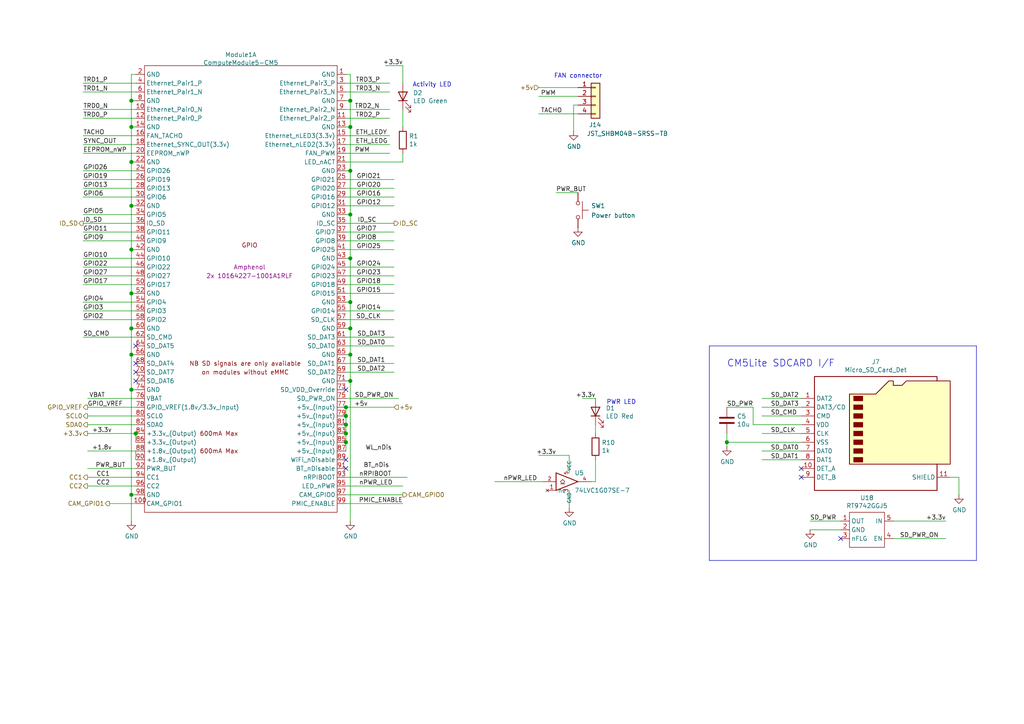
<source format=kicad_sch>
(kicad_sch (version 20250114) (generator "eeschema") (generator_version "9.0")
  (paper "A4")
  (title_block (title "Compute Module 5 IO Board - GPIO - Ethernet") (rev "1") (company "Copyright © 2024 Raspberry Pi Ltd.") (comment 1 "www.raspberrypi.com"))
  (lib_symbols
    (symbol "CM5IO:74LVC1G07_copy"
      (property "Reference" "U" (at -2.54 3.81 0))
      (property "Value" "74LVC1G07_copy" (at 0 -3.81 0))
      (symbol "74LVC1G07_copy_0_1"
        (polyline (pts (xy -3.81 2.54) (xy -3.81 -2.54) (xy 2.54 0) (xy -3.81 2.54)) (stroke (width 0.254)))
        (polyline (pts (xy -2.54 -0.635) (xy -1.27 -0.635)))
        (polyline (pts (xy -1.905 0.635) (xy -2.54 0) (xy -1.905 -0.635) (xy -1.27 0) (xy -1.905 0.635)))
      )
      (symbol "74LVC1G07_copy_1_1"
        (pin input line (at -7.62 0 0) (length 3.81) (name "~") (number "2"))
        (pin no_connect line (at -6.35 -2.54 0) (length 2.54) (name "nc") (number "1"))
        (pin power_in line (at 0 2.54 90) (length 0) (name "VCC") (number "5"))
        (pin power_in line (at 0 -2.54 270) (length 0) (name "GND") (number "3"))
        (pin open_collector line (at 6.35 0 180) (length 3.81) (name "~") (number "4"))
      )
    )
    (symbol "CM5IO:ComputeModule5-CM5"
      (property "Reference" "Module" (at 113.03 -68.58 0))
      (property "Value" "ComputeModule5-CM5" (at 140.97 2.54 0))
      (property "Field4" "Amphenol" (at 0 0 0))
      (property "Field5" "2x 10164227-1001A1RLF" (at 0 -2.54 0))
      (symbol "ComputeModule5-CM5_1_0"
        (text "GPIO" (at 0 6.35 0) (effects (font (size 1.27 1.27))))
      )
      (symbol "ComputeModule5-CM5_1_1"
        (rectangle (start -30.48 -71.12) (end 25.4 58.42))
        (text "600mA Max" (at -8.89 -48.26 0) (effects (font (size 1.27 1.27))))
        (text "600mA Max" (at -8.89 -53.34 0) (effects (font (size 1.27 1.27))))
        (text "NB SD signals are only available" (at -1.27 -27.94 0) (effects (font (size 1.27 1.27))))
        (text "on modules without eMMC" (at -1.27 -30.48 0) (effects (font (size 1.27 1.27))))
        (pin power_in line (at -33.02 55.88 0) (length 2.54) (name "GND") (number "2"))
        (pin passive line (at -33.02 53.34 0) (length 2.54) (name "Ethernet_Pair1_P") (number "4"))
        (pin passive line (at -33.02 50.8 0) (length 2.54) (name "Ethernet_Pair1_N") (number "6"))
        (pin power_in line (at -33.02 48.26 0) (length 2.54) (name "GND") (number "8"))
        (pin passive line (at -33.02 45.72 0) (length 2.54) (name "Ethernet_Pair0_N") (number "10"))
        (pin passive line (at -33.02 43.18 0) (length 2.54) (name "Ethernet_Pair0_P") (number "12"))
        (pin power_in line (at -33.02 40.64 0) (length 2.54) (name "GND") (number "14"))
        (pin input line (at -33.02 38.1 0) (length 2.54) (name "FAN_TACHO") (number "16"))
        (pin input line (at -33.02 35.56 0) (length 2.54) (name "Ethernet_SYNC_OUT(3.3v)") (number "18"))
        (pin passive line (at -33.02 33.02 0) (length 2.54) (name "EEPROM_nWP") (number "20"))
        (pin power_in line (at -33.02 30.48 0) (length 2.54) (name "GND") (number "22"))
        (pin passive line (at -33.02 27.94 0) (length 2.54) (name "GPIO26") (number "24"))
        (pin passive line (at -33.02 25.4 0) (length 2.54) (name "GPIO19") (number "26"))
        (pin passive line (at -33.02 22.86 0) (length 2.54) (name "GPIO13") (number "28"))
        (pin passive line (at -33.02 20.32 0) (length 2.54) (name "GPIO6") (number "30"))
        (pin power_in line (at -33.02 17.78 0) (length 2.54) (name "GND") (number "32"))
        (pin passive line (at -33.02 15.24 0) (length 2.54) (name "GPIO5") (number "34"))
        (pin passive line (at -33.02 12.7 0) (length 2.54) (name "ID_SD") (number "36"))
        (pin passive line (at -33.02 10.16 0) (length 2.54) (name "GPIO11") (number "38"))
        (pin passive line (at -33.02 7.62 0) (length 2.54) (name "GPIO9") (number "40"))
        (pin power_in line (at -33.02 5.08 0) (length 2.54) (name "GND") (number "42"))
        (pin passive line (at -33.02 2.54 0) (length 2.54) (name "GPIO10") (number "44"))
        (pin passive line (at -33.02 0 0) (length 2.54) (name "GPIO22") (number "46"))
        (pin passive line (at -33.02 -2.54 0) (length 2.54) (name "GPIO27") (number "48"))
        (pin passive line (at -33.02 -5.08 0) (length 2.54) (name "GPIO17") (number "50"))
        (pin power_in line (at -33.02 -7.62 0) (length 2.54) (name "GND") (number "52"))
        (pin passive line (at -33.02 -10.16 0) (length 2.54) (name "GPIO4") (number "54"))
        (pin passive line (at -33.02 -12.7 0) (length 2.54) (name "GPIO3") (number "56"))
        (pin passive line (at -33.02 -15.24 0) (length 2.54) (name "GPIO2") (number "58"))
        (pin power_in line (at -33.02 -17.78 0) (length 2.54) (name "GND") (number "60"))
        (pin passive line (at -33.02 -20.32 0) (length 2.54) (name "SD_CMD") (number "62"))
        (pin passive line (at -33.02 -22.86 0) (length 2.54) (name "SD_DAT5") (number "64"))
        (pin power_in line (at -33.02 -25.4 0) (length 2.54) (name "GND") (number "66"))
        (pin passive line (at -33.02 -27.94 0) (length 2.54) (name "SD_DAT4") (number "68"))
        (pin passive line (at -33.02 -30.48 0) (length 2.54) (name "SD_DAT7") (number "70"))
        (pin passive line (at -33.02 -33.02 0) (length 2.54) (name "SD_DAT6") (number "72"))
        (pin power_in line (at -33.02 -35.56 0) (length 2.54) (name "GND") (number "74"))
        (pin passive line (at -33.02 -38.1 0) (length 2.54) (name "VBAT") (number "76"))
        (pin power_in line (at -33.02 -40.64 0) (length 2.54) (name "GPIO_VREF(1.8v/3.3v_Input)") (number "78"))
        (pin passive line (at -33.02 -43.18 0) (length 2.54) (name "SCL0") (number "80"))
        (pin passive line (at -33.02 -45.72 0) (length 2.54) (name "SDA0") (number "82"))
        (pin power_out line (at -33.02 -48.26 0) (length 2.54) (name "+3.3v_(Output)") (number "84"))
        (pin passive line (at -33.02 -50.8 0) (length 2.54) (name "+3.3v_(Output)") (number "86"))
        (pin power_out line (at -33.02 -53.34 0) (length 2.54) (name "+1.8v_(Output)") (number "88"))
        (pin passive line (at -33.02 -55.88 0) (length 2.54) (name "+1.8v_(Output)") (number "90"))
        (pin passive line (at -33.02 -58.42 0) (length 2.54) (name "PWR_BUT") (number "92"))
        (pin passive line (at -33.02 -60.96 0) (length 2.54) (name "CC1") (number "94"))
        (pin passive line (at -33.02 -63.5 0) (length 2.54) (name "CC2") (number "96"))
        (pin power_in line (at -33.02 -66.04 0) (length 2.54) (name "GND") (number "98"))
        (pin passive line (at -33.02 -68.58 0) (length 2.54) (name "CAM_GPIO1") (number "100"))
        (pin power_in line (at 27.94 55.88 180) (length 2.54) (name "GND") (number "1"))
        (pin passive line (at 27.94 53.34 180) (length 2.54) (name "Ethernet_Pair3_P") (number "3"))
        (pin passive line (at 27.94 50.8 180) (length 2.54) (name "Ethernet_Pair3_N") (number "5"))
        (pin power_in line (at 27.94 48.26 180) (length 2.54) (name "GND") (number "7"))
        (pin passive line (at 27.94 45.72 180) (length 2.54) (name "Ethernet_Pair2_N") (number "9"))
        (pin passive line (at 27.94 43.18 180) (length 2.54) (name "Ethernet_Pair2_P") (number "11"))
        (pin power_in line (at 27.94 40.64 180) (length 2.54) (name "GND") (number "13"))
        (pin output line (at 27.94 38.1 180) (length 2.54) (name "Ethernet_nLED3(3.3v)") (number "15"))
        (pin output line (at 27.94 35.56 180) (length 2.54) (name "Ethernet_nLED2(3.3v)") (number "17"))
        (pin output line (at 27.94 33.02 180) (length 2.54) (name "FAN_PWM") (number "19"))
        (pin open_collector line (at 27.94 30.48 180) (length 2.54) (name "LED_nACT") (number "21"))
        (pin power_in line (at 27.94 27.94 180) (length 2.54) (name "GND") (number "23"))
        (pin passive line (at 27.94 25.4 180) (length 2.54) (name "GPIO21") (number "25"))
        (pin passive line (at 27.94 22.86 180) (length 2.54) (name "GPIO20") (number "27"))
        (pin passive line (at 27.94 20.32 180) (length 2.54) (name "GPIO16") (number "29"))
        (pin passive line (at 27.94 17.78 180) (length 2.54) (name "GPIO12") (number "31"))
        (pin power_in line (at 27.94 15.24 180) (length 2.54) (name "GND") (number "33"))
        (pin passive line (at 27.94 12.7 180) (length 2.54) (name "ID_SC") (number "35"))
        (pin passive line (at 27.94 10.16 180) (length 2.54) (name "GPIO7") (number "37"))
        (pin passive line (at 27.94 7.62 180) (length 2.54) (name "GPIO8") (number "39"))
        (pin passive line (at 27.94 5.08 180) (length 2.54) (name "GPIO25") (number "41"))
        (pin power_in line (at 27.94 2.54 180) (length 2.54) (name "GND") (number "43"))
        (pin passive line (at 27.94 0 180) (length 2.54) (name "GPIO24") (number "45"))
        (pin passive line (at 27.94 -2.54 180) (length 2.54) (name "GPIO23") (number "47"))
        (pin passive line (at 27.94 -5.08 180) (length 2.54) (name "GPIO18") (number "49"))
        (pin passive line (at 27.94 -7.62 180) (length 2.54) (name "GPIO15") (number "51"))
        (pin power_in line (at 27.94 -10.16 180) (length 2.54) (name "GND") (number "53"))
        (pin passive line (at 27.94 -12.7 180) (length 2.54) (name "GPIO14") (number "55"))
        (pin passive line (at 27.94 -15.24 180) (length 2.54) (name "SD_CLK") (number "57"))
        (pin power_in line (at 27.94 -17.78 180) (length 2.54) (name "GND") (number "59"))
        (pin passive line (at 27.94 -20.32 180) (length 2.54) (name "SD_DAT3") (number "61"))
        (pin passive line (at 27.94 -22.86 180) (length 2.54) (name "SD_DAT0") (number "63"))
        (pin power_in line (at 27.94 -25.4 180) (length 2.54) (name "GND") (number "65"))
        (pin passive line (at 27.94 -27.94 180) (length 2.54) (name "SD_DAT1") (number "67"))
        (pin passive line (at 27.94 -30.48 180) (length 2.54) (name "SD_DAT2") (number "69"))
        (pin power_in line (at 27.94 -33.02 180) (length 2.54) (name "GND") (number "71"))
        (pin input line (at 27.94 -35.56 180) (length 2.54) (name "SD_VDD_Override") (number "73"))
        (pin output line (at 27.94 -38.1 180) (length 2.54) (name "SD_PWR_ON") (number "75"))
        (pin power_in line (at 27.94 -40.64 180) (length 2.54) (name "+5v_(Input)") (number "77"))
        (pin power_in line (at 27.94 -43.18 180) (length 2.54) (name "+5v_(Input)") (number "79"))
        (pin power_in line (at 27.94 -45.72 180) (length 2.54) (name "+5v_(Input)") (number "81"))
        (pin power_in line (at 27.94 -48.26 180) (length 2.54) (name "+5v_(Input)") (number "83"))
        (pin power_in line (at 27.94 -50.8 180) (length 2.54) (name "+5v_(Input)") (number "85"))
        (pin power_in line (at 27.94 -53.34 180) (length 2.54) (name "+5v_(Input)") (number "87"))
        (pin input line (at 27.94 -55.88 180) (length 2.54) (name "WiFi_nDisable") (number "89"))
        (pin input line (at 27.94 -58.42 180) (length 2.54) (name "BT_nDisable") (number "91"))
        (pin input line (at 27.94 -60.96 180) (length 2.54) (name "nRPIBOOT") (number "93"))
        (pin output line (at 27.94 -63.5 180) (length 2.54) (name "LED_nPWR") (number "95"))
        (pin passive line (at 27.94 -66.04 180) (length 2.54) (name "CAM_GPIO0") (number "97"))
        (pin input line (at 27.94 -68.58 180) (length 2.54) (name "PMIC_ENABLE") (number "99"))
      )
      (symbol "ComputeModule5-CM5_2_1"
        (rectangle (start 114.3 -66.04) (end 165.1 63.5))
        (text "High Speed Serial" (at 140.97 0 0) (effects (font (size 1.27 1.27))))
        (pin input line (at 109.22 60.96 0) (length 5.08) (name "PCIe_nCLKREQ") (number "102"))
        (pin input line (at 109.22 58.42 0) (length 5.08) (name "PCIE_nWAKE") (number "104"))
        (pin output line (at 109.22 55.88 0) (length 5.08) (name "PCIE_PWR_EN") (number "106"))
        (pin power_in line (at 109.22 53.34 0) (length 5.08) (name "GND") (number "108"))
        (pin output line (at 109.22 50.8 0) (length 5.08) (name "PCIe_CLK_P") (number "110"))
        (pin output line (at 109.22 48.26 0) (length 5.08) (name "PCIe_CLK_N") (number "112"))
        (pin power_in line (at 109.22 45.72 0) (length 5.08) (name "GND") (number "114"))
        (pin input line (at 109.22 43.18 0) (length 5.08) (name "PCIe_RX_P") (number "116"))
        (pin input line (at 109.22 40.64 0) (length 5.08) (name "PCIe_RX_N") (number "118"))
        (pin power_in line (at 109.22 38.1 0) (length 5.08) (name "GND") (number "120"))
        (pin output line (at 109.22 35.56 0) (length 5.08) (name "PCIe_TX_P") (number "122"))
        (pin output line (at 109.22 33.02 0) (length 5.08) (name "PCIe_TX_N") (number "124"))
        (pin power_in line (at 109.22 30.48 0) (length 5.08) (name "GND") (number "126"))
        (pin input line (at 109.22 27.94 0) (length 5.08) (name "USB3-0-RX_N") (number "128"))
        (pin input line (at 109.22 25.4 0) (length 5.08) (name "USB3-0-RX_P") (number "130"))
        (pin power_in line (at 109.22 22.86 0) (length 5.08) (name "GND") (number "132"))
        (pin passive line (at 109.22 20.32 0) (length 5.08) (name "USB3-0-D_P") (number "134"))
        (pin passive line (at 109.22 17.78 0) (length 5.08) (name "USB3-0-D_N") (number "136"))
        (pin power_in line (at 109.22 15.24 0) (length 5.08) (name "GND") (number "138"))
        (pin output line (at 109.22 12.7 0) (length 5.08) (name "USB3-0-TX_N") (number "140"))
        (pin output line (at 109.22 10.16 0) (length 5.08) (name "USB3-0-TX_P") (number "142"))
        (pin power_in line (at 109.22 7.62 0) (length 5.08) (name "GND") (number "144"))
        (pin output line (at 109.22 5.08 0) (length 5.08) (name "HDMI1_TX2_P") (number "146"))
        (pin output line (at 109.22 2.54 0) (length 5.08) (name "HDMI1_TX2_N") (number "148"))
        (pin power_in line (at 109.22 0 0) (length 5.08) (name "GND") (number "150"))
        (pin output line (at 109.22 -2.54 0) (length 5.08) (name "HDMI1_TX1_P") (number "152"))
        (pin output line (at 109.22 -5.08 0) (length 5.08) (name "HDMI1_TX1_N") (number "154"))
        (pin power_in line (at 109.22 -7.62 0) (length 5.08) (name "GND") (number "156"))
        (pin output line (at 109.22 -10.16 0) (length 5.08) (name "HDMI1_TX0_P") (number "158"))
        (pin output line (at 109.22 -12.7 0) (length 5.08) (name "HDMI1_TX0_N") (number "160"))
        (pin power_in line (at 109.22 -15.24 0) (length 5.08) (name "GND") (number "162"))
        (pin output line (at 109.22 -17.78 0) (length 5.08) (name "HDMI1_CLK_P") (number "164"))
        (pin output line (at 109.22 -20.32 0) (length 5.08) (name "HDMI1_CLK_N") (number "166"))
        (pin power_in line (at 109.22 -22.86 0) (length 5.08) (name "GND") (number "168"))
        (pin output line (at 109.22 -25.4 0) (length 5.08) (name "HDMI0_TX2_P") (number "170"))
        (pin output line (at 109.22 -27.94 0) (length 5.08) (name "HDMI0_TX2_N") (number "172"))
        (pin power_in line (at 109.22 -30.48 0) (length 5.08) (name "GND") (number "174"))
        (pin output line (at 109.22 -33.02 0) (length 5.08) (name "HDMI0_TX1_P") (number "176"))
        (pin output line (at 109.22 -35.56 0) (length 5.08) (name "HDMI0_TX1_N") (number "178"))
        (pin power_in line (at 109.22 -38.1 0) (length 5.08) (name "GND") (number "180"))
        (pin output line (at 109.22 -40.64 0) (length 5.08) (name "HDMI0_TX0_P") (number "182"))
        (pin output line (at 109.22 -43.18 0) (length 5.08) (name "HDMI0_TX0_N") (number "184"))
        (pin power_in line (at 109.22 -45.72 0) (length 5.08) (name "GND") (number "186"))
        (pin output line (at 109.22 -48.26 0) (length 5.08) (name "HDMI0_CLK_P") (number "188"))
        (pin output line (at 109.22 -50.8 0) (length 5.08) (name "HDMI0_CLK_N") (number "190"))
        (pin power_in line (at 109.22 -53.34 0) (length 5.08) (name "GND") (number "192"))
        (pin output line (at 109.22 -55.88 0) (length 5.08) (name "MIPI1_D3_N") (number "194"))
        (pin output line (at 109.22 -58.42 0) (length 5.08) (name "MIPI1_D3_P") (number "196"))
        (pin power_in line (at 109.22 -60.96 0) (length 5.08) (name "GND") (number "198"))
        (pin open_collector line (at 109.22 -63.5 0) (length 5.08) (name "HDMI0_SCL") (number "200"))
        (pin input line (at 170.18 60.96 180) (length 5.08) (name "USB_OTG_ID") (number "101"))
        (pin passive line (at 170.18 58.42 180) (length 5.08) (name "USB2_N") (number "103"))
        (pin passive line (at 170.18 55.88 180) (length 5.08) (name "USB2_P") (number "105"))
        (pin power_in line (at 170.18 53.34 180) (length 5.08) (name "GND") (number "107"))
        (pin output line (at 170.18 50.8 180) (length 5.08) (name "PCIe_nRST") (number "109"))
        (pin output line (at 170.18 48.26 180) (length 5.08) (name "VBUS_EN") (number "111"))
        (pin power_in line (at 170.18 45.72 180) (length 5.08) (name "GND") (number "113"))
        (pin input line (at 170.18 43.18 180) (length 5.08) (name "MIPI0_D0_N") (number "115"))
        (pin input line (at 170.18 40.64 180) (length 5.08) (name "MIPI0_D0_P") (number "117"))
        (pin power_in line (at 170.18 38.1 180) (length 5.08) (name "GND") (number "119"))
        (pin input line (at 170.18 35.56 180) (length 5.08) (name "MIPI0_D1_N") (number "121"))
        (pin input line (at 170.18 33.02 180) (length 5.08) (name "MIPI0_D1_P") (number "123"))
        (pin power_in line (at 170.18 30.48 180) (length 5.08) (name "GND") (number "125"))
        (pin input line (at 170.18 27.94 180) (length 5.08) (name "MIPI0_C_N") (number "127"))
        (pin input line (at 170.18 25.4 180) (length 5.08) (name "MIPI0_C_P") (number "129"))
        (pin power_in line (at 170.18 22.86 180) (length 5.08) (name "GND") (number "131"))
        (pin input line (at 170.18 20.32 180) (length 5.08) (name "MIPI0_D2_N") (number "133"))
        (pin input line (at 170.18 17.78 180) (length 5.08) (name "MIPI0_D2_P") (number "135"))
        (pin power_in line (at 170.18 15.24 180) (length 5.08) (name "GND") (number "137"))
        (pin input line (at 170.18 12.7 180) (length 5.08) (name "MIPI0_D3_N") (number "139"))
        (pin input line (at 170.18 10.16 180) (length 5.08) (name "MIPI0_D3_P") (number "141"))
        (pin input line (at 170.18 7.62 180) (length 5.08) (name "HDMI1_HOTPLUG") (number "143"))
        (pin bidirectional line (at 170.18 5.08 180) (length 5.08) (name "HDMI1_SDA") (number "145"))
        (pin open_collector line (at 170.18 2.54 180) (length 5.08) (name "HDMI1_SCL") (number "147"))
        (pin open_collector line (at 170.18 0 180) (length 5.08) (name "HDMI1_CEC") (number "149"))
        (pin open_collector line (at 170.18 -2.54 180) (length 5.08) (name "HDMI0_CEC") (number "151"))
        (pin input line (at 170.18 -5.08 180) (length 5.08) (name "HDMI0_HOTPLUG") (number "153"))
        (pin power_in line (at 170.18 -7.62 180) (length 5.08) (name "GND") (number "155"))
        (pin input line (at 170.18 -10.16 180) (length 5.08) (name "USB3-1-RX_N") (number "157"))
        (pin input line (at 170.18 -12.7 180) (length 5.08) (name "USB3-1-RX_P") (number "159"))
        (pin power_in line (at 170.18 -15.24 180) (length 5.08) (name "GND") (number "161"))
        (pin passive line (at 170.18 -17.78 180) (length 5.08) (name "USB3-1-D_P") (number "163"))
        (pin passive line (at 170.18 -20.32 180) (length 5.08) (name "USB3-1-D_N") (number "165"))
        (pin power_in line (at 170.18 -22.86 180) (length 5.08) (name "GND") (number "167"))
        (pin output line (at 170.18 -25.4 180) (length 5.08) (name "USB3-1-TX_N") (number "169"))
        (pin output line (at 170.18 -27.94 180) (length 5.08) (name "USB3-1-TX_P") (number "171"))
        (pin power_in line (at 170.18 -30.48 180) (length 5.08) (name "GND") (number "173"))
        (pin output line (at 170.18 -33.02 180) (length 5.08) (name "MIPI1_D0_N") (number "175"))
        (pin output line (at 170.18 -35.56 180) (length 5.08) (name "MIPI1_D0_P") (number "177"))
        (pin power_in line (at 170.18 -38.1 180) (length 5.08) (name "GND") (number "179"))
        (pin output line (at 170.18 -40.64 180) (length 5.08) (name "MIPI1_D1_N") (number "181"))
        (pin output line (at 170.18 -43.18 180) (length 5.08) (name "MIPI1_D1_P") (number "183"))
        (pin power_in line (at 170.18 -45.72 180) (length 5.08) (name "GND") (number "185"))
        (pin output line (at 170.18 -48.26 180) (length 5.08) (name "MIPI1_C_N") (number "187"))
        (pin output line (at 170.18 -50.8 180) (length 5.08) (name "MIPI1_C_P") (number "189"))
        (pin power_in line (at 170.18 -53.34 180) (length 5.08) (name "GND") (number "191"))
        (pin output line (at 170.18 -55.88 180) (length 5.08) (name "MIPI1_D2_N") (number "193"))
        (pin output line (at 170.18 -58.42 180) (length 5.08) (name "MIPI1_D2_P") (number "195"))
        (pin power_in line (at 170.18 -60.96 180) (length 5.08) (name "GND") (number "197"))
        (pin bidirectional line (at 170.18 -63.5 180) (length 5.08) (name "HDMI0_SDA") (number "199"))
      )
    )
    (symbol "CM5IO:RT9742GGJ5"
      (property "Reference" "U" (at 0 0 0))
      (property "Value" "RT9742GGJ5" (at 0 0 0))
      (symbol "RT9742GGJ5_0_0"
        (pin power_out line (at -8.89 10.16 0) (length 2.54) (name "OUT") (number "1"))
        (pin power_in line (at -8.89 7.62 0) (length 2.54) (name "GND") (number "2"))
        (pin open_collector line (at -8.89 5.08 0) (length 2.54) (name "nFLG") (number "3"))
        (pin power_in line (at 6.35 10.16 180) (length 2.54) (name "IN") (number "5"))
        (pin input line (at 6.35 5.08 180) (length 2.54) (name "EN") (number "4"))
      )
      (symbol "RT9742GGJ5_0_1"
        (rectangle (start -6.35 12.7) (end 3.81 2.54))
      )
    )
    (symbol "Connector:Micro_SD_Card_Det2"
      (property "Reference" "J" (at -16.51 17.78 0))
      (property "Value" "Micro_SD_Card_Det2" (at 16.51 17.78 0))
      (symbol "Micro_SD_Card_Det2_0_1"
        (polyline (pts (xy -8.89 -8.89) (xy -8.89 11.43) (xy -1.27 11.43) (xy 2.54 15.24) (xy 3.81 15.24) (xy 3.81 13.97) (xy 6.35 13.97) (xy 7.62 15.24) (xy 20.32 15.24) (xy 20.32 -8.89) (xy -8.89 -8.89)) (stroke (width 0.254)) (fill (type background)))
        (rectangle (start -7.62 10.795) (end -5.08 9.525) (stroke (width 0.254)) (fill (type outline)))
        (rectangle (start -7.62 8.255) (end -5.08 6.985) (stroke (width 0.254)) (fill (type outline)))
        (rectangle (start -7.62 5.715) (end -5.08 4.445) (stroke (width 0.254)) (fill (type outline)))
        (rectangle (start -7.62 3.175) (end -5.08 1.905) (stroke (width 0.254)) (fill (type outline)))
        (rectangle (start -7.62 0.635) (end -5.08 -0.635) (stroke (width 0.254)) (fill (type outline)))
        (rectangle (start -7.62 -1.905) (end -5.08 -3.175) (stroke (width 0.254)) (fill (type outline)))
        (rectangle (start -7.62 -4.445) (end -5.08 -5.715) (stroke (width 0.254)) (fill (type outline)))
        (rectangle (start -7.62 -6.985) (end -5.08 -8.255) (stroke (width 0.254)) (fill (type outline)))
        (polyline (pts (xy 16.51 15.24) (xy 16.51 16.51) (xy -19.05 16.51) (xy -19.05 -16.51) (xy 16.51 -16.51) (xy 16.51 -8.89)) (stroke (width 0.254)))
      )
      (symbol "Micro_SD_Card_Det2_1_1"
        (pin bidirectional line (at -22.86 10.16 0) (length 3.81) (name "DAT2") (number "1"))
        (pin bidirectional line (at -22.86 7.62 0) (length 3.81) (name "DAT3/CD") (number "2"))
        (pin input line (at -22.86 5.08 0) (length 3.81) (name "CMD") (number "3"))
        (pin power_in line (at -22.86 2.54 0) (length 3.81) (name "VDD") (number "4"))
        (pin input line (at -22.86 0 0) (length 3.81) (name "CLK") (number "5"))
        (pin power_in line (at -22.86 -2.54 0) (length 3.81) (name "VSS") (number "6"))
        (pin bidirectional line (at -22.86 -5.08 0) (length 3.81) (name "DAT0") (number "7"))
        (pin bidirectional line (at -22.86 -7.62 0) (length 3.81) (name "DAT1") (number "8"))
        (pin passive line (at -22.86 -10.16 0) (length 3.81) (name "DET_A") (number "10"))
        (pin passive line (at -22.86 -12.7 0) (length 3.81) (name "DET_B") (number "9"))
        (pin passive line (at 20.32 -12.7 180) (length 3.81) (name "SHIELD") (number "11"))
      )
    )
    (symbol "Connector_Generic:Conn_01x04" (pin_names (offset 1.016) (hide yes))
      (property "Reference" "J" (at 0 5.08 0))
      (property "Value" "Conn_01x04" (at 0 -7.62 0))
      (symbol "Conn_01x04_1_1"
        (rectangle (start -1.27 3.81) (end 1.27 -6.35) (stroke (width 0.254)) (fill (type background)))
        (rectangle (start -1.27 2.667) (end 0 2.413) (stroke (width 0.1524)))
        (rectangle (start -1.27 0.127) (end 0 -0.127) (stroke (width 0.1524)))
        (rectangle (start -1.27 -2.413) (end 0 -2.667) (stroke (width 0.1524)))
        (rectangle (start -1.27 -4.953) (end 0 -5.207) (stroke (width 0.1524)))
        (pin passive line (at -5.08 2.54 0) (length 3.81) (name "Pin_1") (number "1"))
        (pin passive line (at -5.08 0 0) (length 3.81) (name "Pin_2") (number "2"))
        (pin passive line (at -5.08 -2.54 0) (length 3.81) (name "Pin_3") (number "3"))
        (pin passive line (at -5.08 -5.08 0) (length 3.81) (name "Pin_4") (number "4"))
      )
    )
    (symbol "Device:C" (pin_numbers (hide yes)) (pin_names (offset 0.254))
      (property "Reference" "C" (at 0.635 2.54 0))
      (property "Value" "C" (at 0.635 -2.54 0))
      (symbol "C_0_1"
        (polyline (pts (xy -2.032 0.762) (xy 2.032 0.762)) (stroke (width 0.508)))
        (polyline (pts (xy -2.032 -0.762) (xy 2.032 -0.762)) (stroke (width 0.508)))
      )
      (symbol "C_1_1"
        (pin passive line (at 0 3.81 270) (length 2.794) (name "~") (number "1"))
        (pin passive line (at 0 -3.81 90) (length 2.794) (name "~") (number "2"))
      )
    )
    (symbol "Device:LED" (pin_numbers (hide yes)) (pin_names (offset 1.016) (hide yes))
      (property "Reference" "D" (at 0 2.54 0))
      (property "Value" "LED" (at 0 -2.54 0))
      (symbol "LED_0_1"
        (polyline (pts (xy -3.048 -0.762) (xy -4.572 -2.286) (xy -3.81 -2.286) (xy -4.572 -2.286) (xy -4.572 -1.524)))
        (polyline (pts (xy -1.778 -0.762) (xy -3.302 -2.286) (xy -2.54 -2.286) (xy -3.302 -2.286) (xy -3.302 -1.524)))
        (polyline (pts (xy -1.27 0) (xy 1.27 0)))
        (polyline (pts (xy -1.27 -1.27) (xy -1.27 1.27)) (stroke (width 0.254)))
        (polyline (pts (xy 1.27 -1.27) (xy 1.27 1.27) (xy -1.27 0) (xy 1.27 -1.27)) (stroke (width 0.254)))
      )
      (symbol "LED_1_1"
        (pin passive line (at -3.81 0 0) (length 2.54) (name "K") (number "1"))
        (pin passive line (at 3.81 0 180) (length 2.54) (name "A") (number "2"))
      )
    )
    (symbol "Device:R" (pin_numbers (hide yes)) (pin_names (offset 0))
      (property "Reference" "R" (at 2.032 0 90))
      (property "Value" "R" (at 0 0 90))
      (symbol "R_0_1"
        (rectangle (start -1.016 -2.54) (end 1.016 2.54) (stroke (width 0.254)))
      )
      (symbol "R_1_1"
        (pin passive line (at 0 3.81 270) (length 1.27) (name "~") (number "1"))
        (pin passive line (at 0 -3.81 90) (length 1.27) (name "~") (number "2"))
      )
    )
    (symbol "LED_1" (pin_numbers (hide yes)) (pin_names (offset 1.016) (hide yes))
      (property "Reference" "D" (at 0 2.54 0))
      (property "Value" "LED" (at 0 -2.54 0))
      (symbol "LED_1_0_1"
        (polyline (pts (xy -3.048 -0.762) (xy -4.572 -2.286) (xy -3.81 -2.286) (xy -4.572 -2.286) (xy -4.572 -1.524)))
        (polyline (pts (xy -1.778 -0.762) (xy -3.302 -2.286) (xy -2.54 -2.286) (xy -3.302 -2.286) (xy -3.302 -1.524)))
        (polyline (pts (xy -1.27 0) (xy 1.27 0)))
        (polyline (pts (xy -1.27 -1.27) (xy -1.27 1.27)) (stroke (width 0.254)))
        (polyline (pts (xy 1.27 -1.27) (xy 1.27 1.27) (xy -1.27 0) (xy 1.27 -1.27)) (stroke (width 0.254)))
      )
      (symbol "LED_1_1_1"
        (pin passive line (at -3.81 0 0) (length 2.54) (name "K") (number "1"))
        (pin passive line (at 3.81 0 180) (length 2.54) (name "A") (number "2"))
      )
    )
    (symbol "Switch:SW_Push" (pin_numbers (hide yes)) (pin_names (offset 1.016) (hide yes))
      (property "Reference" "SW" (at 1.27 2.54 0))
      (property "Value" "SW_Push" (at 0 -1.524 0))
      (symbol "SW_Push_0_1"
        (circle (center -2.032 0) (radius 0.508))
        (polyline (pts (xy 0 1.27) (xy 0 3.048)))
        (circle (center 2.032 0) (radius 0.508))
        (polyline (pts (xy 2.54 1.27) (xy -2.54 1.27)))
        (pin passive line (at -5.08 0 0) (length 2.54) (name "1") (number "1"))
        (pin passive line (at 5.08 0 180) (length 2.54) (name "2") (number "2"))
      )
    )
    (symbol "power:GND" (power) (pin_numbers (hide yes)) (pin_names (offset 0) (hide yes))
      (property "Value" "GND" (at 0 -3.81 0))
      (symbol "GND_0_1"
        (polyline (pts (xy 0 0) (xy 0 -1.27) (xy 1.27 -1.27) (xy 0 -2.54) (xy -1.27 -1.27) (xy 0 -1.27)))
      )
      (symbol "GND_1_1"
        (pin power_in line (at 0 0 270) (length 0) (name "~") (number "1"))
      )
    )
  )
  (text "Activity LED" (at 119.634 25.4 0) (effects (font (size 1.27 1.27)) (justify left bottom)))
  (text "FAN connector\n" (at 160.655 22.86 0) (effects (font (size 1.27 1.27)) (justify left bottom)))
  (text "PWR LED" (at 175.895 117.475 0) (effects (font (size 1.27 1.27)) (justify left bottom)))
  (text "CM5Lite SDCARD I/F" (at 210.82 106.68 0) (effects (font (size 2.007 2.007)) (justify left bottom)))
  (junction (at 101.6 36.83) (diameter 1.016))
  (junction (at 101.6 29.21) (diameter 1.016))
  (junction (at 101.6 102.87) (diameter 1.016))
  (junction (at 38.1 113.03) (diameter 1.016))
  (junction (at 38.1 46.99) (diameter 1.016))
  (junction (at 100.33 125.73) (diameter 1.016))
  (junction (at 38.1 72.39) (diameter 1.016))
  (junction (at 100.33 123.19) (diameter 1.016))
  (junction (at 38.1 143.51) (diameter 1.016))
  (junction (at 38.1 59.69) (diameter 1.016))
  (junction (at 101.6 62.23) (diameter 1.016))
  (junction (at 38.1 95.25) (diameter 1.016))
  (junction (at 100.33 118.11) (diameter 1.016))
  (junction (at 101.6 95.25) (diameter 1.016))
  (junction (at 210.82 128.27) (diameter 1.016))
  (junction (at 101.6 87.63) (diameter 1.016))
  (junction (at 38.1 85.09) (diameter 1.016))
  (junction (at 100.33 120.65) (diameter 1.016))
  (junction (at 38.1 36.83) (diameter 1.016))
  (junction (at 39.37 125.73) (diameter 1.016))
  (junction (at 38.1 102.87) (diameter 1.016))
  (junction (at 38.1 29.21) (diameter 1.016))
  (junction (at 100.33 128.27) (diameter 1.016))
  (junction (at 101.6 110.49) (diameter 1.016))
  (junction (at 101.6 49.53) (diameter 1.016))
  (junction (at 101.6 74.93) (diameter 1.016))
  (no_connect (at 39.37 107.95))
  (no_connect (at 100.33 113.03))
  (no_connect (at 39.37 100.33))
  (no_connect (at 243.84 156.21))
  (no_connect (at 39.37 105.41))
  (no_connect (at 232.41 138.43))
  (no_connect (at 100.33 135.89))
  (no_connect (at 232.41 135.89))
  (no_connect (at 100.33 133.35))
  (no_connect (at 39.37 110.49))
  (wire (pts (xy 275.59 138.43) (xy 278.13 138.43)))
  (wire (pts (xy 101.6 110.49) (xy 101.6 151.13)))
  (wire (pts (xy 100.33 102.87) (xy 101.6 102.87)))
  (wire (pts (xy 24.13 90.17) (xy 39.37 90.17)))
  (wire (pts (xy 39.37 133.35) (xy 39.37 130.81)))
  (wire (pts (xy 24.13 44.45) (xy 39.37 44.45)))
  (wire (pts (xy 100.33 95.25) (xy 101.6 95.25)))
  (wire (pts (xy 101.6 102.87) (xy 101.6 110.49)))
  (wire (pts (xy 100.33 100.33) (xy 114.3 100.33)))
  (wire (pts (xy 39.37 128.27) (xy 39.37 125.73)))
  (wire (pts (xy 100.33 118.11) (xy 114.3 118.11)))
  (wire (pts (xy 101.6 36.83) (xy 101.6 49.53)))
  (wire (pts (xy 24.13 92.71) (xy 39.37 92.71)))
  (wire (pts (xy 24.13 31.75) (xy 39.37 31.75)))
  (wire (pts (xy 24.13 77.47) (xy 39.37 77.47)))
  (wire (pts (xy 100.33 29.21) (xy 101.6 29.21)))
  (wire (pts (xy 220.98 120.65) (xy 232.41 120.65)))
  (wire (pts (xy 100.33 90.17) (xy 114.3 90.17)))
  (wire (pts (xy 24.13 82.55) (xy 39.37 82.55)))
  (wire (pts (xy 24.13 80.01) (xy 39.37 80.01)))
  (wire (pts (xy 100.33 34.29) (xy 113.03 34.29)))
  (wire (pts (xy 39.37 36.83) (xy 38.1 36.83)))
  (wire (pts (xy 100.33 44.45) (xy 113.03 44.45)))
  (wire (pts (xy 100.33 31.75) (xy 113.03 31.75)))
  (wire (pts (xy 24.13 67.31) (xy 39.37 67.31)))
  (wire (pts (xy 100.33 87.63) (xy 101.6 87.63)))
  (wire (pts (xy 24.13 39.37) (xy 39.37 39.37)))
  (wire (pts (xy 39.37 21.59) (xy 38.1 21.59)))
  (wire (pts (xy 101.6 21.59) (xy 101.6 29.21)))
  (wire (pts (xy 101.6 29.21) (xy 101.6 36.83)))
  (wire (pts (xy 38.1 143.51) (xy 38.1 151.13)))
  (wire (pts (xy 166.37 30.48) (xy 166.37 38.1)))
  (wire (pts (xy 165.1 142.24) (xy 165.1 147.32)))
  (wire (pts (xy 100.33 57.15) (xy 114.3 57.15)))
  (wire (pts (xy 165.1 137.16) (xy 165.1 132.08)))
  (wire (pts (xy 100.33 143.51) (xy 116.84 143.51)))
  (wire (pts (xy 100.33 107.95) (xy 114.3 107.95)))
  (wire (pts (xy 100.33 80.01) (xy 114.3 80.01)))
  (wire (pts (xy 25.4 138.43) (xy 39.37 138.43)))
  (wire (pts (xy 101.6 95.25) (xy 101.6 102.87)))
  (wire (pts (xy 38.1 72.39) (xy 38.1 85.09)))
  (wire (pts (xy 210.82 128.27) (xy 232.41 128.27)))
  (wire (pts (xy 101.6 49.53) (xy 101.6 62.23)))
  (wire (pts (xy 24.13 74.93) (xy 39.37 74.93)))
  (wire (pts (xy 100.33 140.97) (xy 116.84 140.97)))
  (wire (pts (xy 39.37 29.21) (xy 38.1 29.21)))
  (wire (pts (xy 25.4 140.97) (xy 39.37 140.97)))
  (wire (pts (xy 25.4 135.89) (xy 39.37 135.89)))
  (wire (pts (xy 100.33 128.27) (xy 100.33 130.81)))
  (wire (pts (xy 243.84 153.67) (xy 234.95 153.67)))
  (wire (pts (xy 100.33 41.91) (xy 113.03 41.91)))
  (wire (pts (xy 100.33 115.57) (xy 115.57 115.57)))
  (wire (pts (xy 114.3 97.79) (xy 100.33 97.79)))
  (wire (pts (xy 24.13 26.67) (xy 39.37 26.67)))
  (wire (pts (xy 24.13 49.53) (xy 39.37 49.53)))
  (wire (pts (xy 243.84 151.13) (xy 234.95 151.13)))
  (wire (pts (xy 100.33 120.65) (xy 100.33 123.19)))
  (wire (pts (xy 100.33 74.93) (xy 101.6 74.93)))
  (wire (pts (xy 100.33 39.37) (xy 113.03 39.37)))
  (wire (pts (xy 210.82 125.73) (xy 210.82 128.27)))
  (polyline (pts (xy 283.21 162.56) (xy 205.74 162.56)) (stroke (width 0) (type solid)))
  (wire (pts (xy 100.33 138.43) (xy 118.11 138.43)))
  (wire (pts (xy 38.1 95.25) (xy 39.37 95.25)))
  (wire (pts (xy 218.44 123.19) (xy 218.44 118.11)))
  (wire (pts (xy 38.1 102.87) (xy 38.1 113.03)))
  (wire (pts (xy 38.1 85.09) (xy 38.1 95.25)))
  (wire (pts (xy 31.75 146.05) (xy 39.37 146.05)))
  (wire (pts (xy 116.84 19.05) (xy 116.84 24.13)))
  (wire (pts (xy 116.84 31.75) (xy 116.84 36.83)))
  (wire (pts (xy 278.13 138.43) (xy 278.13 143.51)))
  (wire (pts (xy 38.1 59.69) (xy 38.1 72.39)))
  (wire (pts (xy 38.1 113.03) (xy 39.37 113.03)))
  (wire (pts (xy 38.1 72.39) (xy 39.37 72.39)))
  (wire (pts (xy 24.13 54.61) (xy 39.37 54.61)))
  (wire (pts (xy 100.33 52.07) (xy 114.3 52.07)))
  (wire (pts (xy 25.4 130.81) (xy 39.37 130.81)))
  (wire (pts (xy 24.13 97.79) (xy 39.37 97.79)))
  (wire (pts (xy 24.13 24.13) (xy 39.37 24.13)))
  (polyline (pts (xy 283.21 100.33) (xy 283.21 162.56)) (stroke (width 0) (type solid)))
  (wire (pts (xy 100.33 62.23) (xy 101.6 62.23)))
  (wire (pts (xy 100.33 24.13) (xy 113.03 24.13)))
  (wire (pts (xy 100.33 36.83) (xy 101.6 36.83)))
  (wire (pts (xy 38.1 95.25) (xy 38.1 102.87)))
  (wire (pts (xy 172.72 133.35) (xy 172.72 139.7)))
  (wire (pts (xy 39.37 143.51) (xy 38.1 143.51)))
  (wire (pts (xy 24.13 57.15) (xy 39.37 57.15)))
  (wire (pts (xy 220.98 130.81) (xy 232.41 130.81)))
  (wire (pts (xy 25.4 123.19) (xy 39.37 123.19)))
  (wire (pts (xy 38.1 113.03) (xy 38.1 143.51)))
  (wire (pts (xy 165.1 132.08) (xy 156.21 132.08)))
  (wire (pts (xy 172.72 123.19) (xy 172.72 125.73)))
  (wire (pts (xy 100.33 146.05) (xy 116.84 146.05)))
  (wire (pts (xy 220.98 115.57) (xy 232.41 115.57)))
  (wire (pts (xy 100.33 64.77) (xy 114.3 64.77)))
  (wire (pts (xy 259.08 151.13) (xy 274.32 151.13)))
  (wire (pts (xy 101.6 87.63) (xy 101.6 95.25)))
  (wire (pts (xy 167.64 30.48) (xy 166.37 30.48)))
  (wire (pts (xy 100.33 54.61) (xy 114.3 54.61)))
  (wire (pts (xy 116.84 46.99) (xy 116.84 44.45)))
  (wire (pts (xy 100.33 69.85) (xy 114.3 69.85)))
  (wire (pts (xy 114.3 105.41) (xy 100.33 105.41)))
  (wire (pts (xy 25.4 118.11) (xy 39.37 118.11)))
  (wire (pts (xy 100.33 85.09) (xy 114.3 85.09)))
  (polyline (pts (xy 205.74 162.56) (xy 205.74 100.33)) (stroke (width 0) (type solid)))
  (wire (pts (xy 156.21 27.94) (xy 167.64 27.94)))
  (wire (pts (xy 24.13 34.29) (xy 39.37 34.29)))
  (wire (pts (xy 25.4 115.57) (xy 39.37 115.57)))
  (wire (pts (xy 25.4 125.73) (xy 39.37 125.73)))
  (wire (pts (xy 100.33 59.69) (xy 114.3 59.69)))
  (wire (pts (xy 156.21 33.02) (xy 167.64 33.02)))
  (polyline (pts (xy 205.74 100.33) (xy 283.21 100.33)) (stroke (width 0) (type solid)))
  (wire (pts (xy 114.3 92.71) (xy 100.33 92.71)))
  (wire (pts (xy 100.33 67.31) (xy 114.3 67.31)))
  (wire (pts (xy 24.13 64.77) (xy 39.37 64.77)))
  (wire (pts (xy 172.72 139.7) (xy 171.45 139.7)))
  (wire (pts (xy 25.4 120.65) (xy 39.37 120.65)))
  (wire (pts (xy 38.1 36.83) (xy 38.1 46.99)))
  (wire (pts (xy 100.33 46.99) (xy 116.84 46.99)))
  (wire (pts (xy 24.13 52.07) (xy 39.37 52.07)))
  (wire (pts (xy 172.72 115.57) (xy 168.91 115.57)))
  (wire (pts (xy 100.33 72.39) (xy 114.3 72.39)))
  (wire (pts (xy 38.1 29.21) (xy 38.1 36.83)))
  (wire (pts (xy 100.33 21.59) (xy 101.6 21.59)))
  (wire (pts (xy 100.33 110.49) (xy 101.6 110.49)))
  (wire (pts (xy 143.51 139.7) (xy 157.48 139.7)))
  (wire (pts (xy 24.13 69.85) (xy 39.37 69.85)))
  (wire (pts (xy 24.13 87.63) (xy 39.37 87.63)))
  (wire (pts (xy 100.33 118.11) (xy 100.33 120.65)))
  (wire (pts (xy 111.76 19.05) (xy 116.84 19.05)))
  (wire (pts (xy 210.82 128.27) (xy 210.82 129.54)))
  (wire (pts (xy 100.33 49.53) (xy 101.6 49.53)))
  (wire (pts (xy 100.33 26.67) (xy 113.03 26.67)))
  (wire (pts (xy 232.41 123.19) (xy 218.44 123.19)))
  (wire (pts (xy 24.13 62.23) (xy 39.37 62.23)))
  (wire (pts (xy 24.13 41.91) (xy 39.37 41.91)))
  (wire (pts (xy 259.08 156.21) (xy 274.32 156.21)))
  (wire (pts (xy 101.6 74.93) (xy 101.6 87.63)))
  (wire (pts (xy 100.33 123.19) (xy 100.33 125.73)))
  (wire (pts (xy 232.41 118.11) (xy 220.98 118.11)))
  (wire (pts (xy 38.1 46.99) (xy 39.37 46.99)))
  (wire (pts (xy 161.29 55.88) (xy 167.64 55.88)))
  (wire (pts (xy 38.1 21.59) (xy 38.1 29.21)))
  (wire (pts (xy 156.21 25.4) (xy 167.64 25.4)))
  (wire (pts (xy 38.1 85.09) (xy 39.37 85.09)))
  (wire (pts (xy 100.33 125.73) (xy 100.33 128.27)))
  (wire (pts (xy 100.33 77.47) (xy 114.3 77.47)))
  (wire (pts (xy 38.1 102.87) (xy 39.37 102.87)))
  (wire (pts (xy 38.1 59.69) (xy 39.37 59.69)))
  (wire (pts (xy 210.82 118.11) (xy 218.44 118.11)))
  (wire (pts (xy 232.41 125.73) (xy 220.98 125.73)))
  (wire (pts (xy 232.41 133.35) (xy 220.98 133.35)))
  (wire (pts (xy 100.33 82.55) (xy 114.3 82.55)))
  (wire (pts (xy 101.6 62.23) (xy 101.6 74.93)))
  (wire (pts (xy 38.1 46.99) (xy 38.1 59.69)))
  (label "SD_DAT2" (at 111.76 107.95 180))
  (label "GPIO5" (at 24.13 62.23 0))
  (label "TRD3_N" (at 103.124 26.67 0))
  (label "GPIO2" (at 24.13 92.71 0))
  (label "GPIO9" (at 24.13 69.85 0))
  (label "ETH_LEDG" (at 103.124 41.91 0))
  (label "SD_DAT1" (at 111.76 105.41 180))
  (label "GPIO10" (at 24.13 74.93 0))
  (label "TRD3_P" (at 103.124 24.13 0))
  (label "GPIO6" (at 24.13 57.15 0))
  (label "GPIO20" (at 110.49 54.61 180))
  (label "SD_DAT2" (at 223.52 115.57 0))
  (label "GPIO25" (at 110.49 72.39 180))
  (label "SD_DAT0" (at 111.76 100.33 180))
  (label "GPIO15" (at 110.49 85.09 180))
  (label "GPIO13" (at 24.13 54.61 0))
  (label "GPIO7" (at 109.22 67.31 180))
  (label "GPIO14" (at 110.49 90.17 180))
  (label "BT_nDis" (at 112.8776 135.89 180))
  (label "SD_PWR_ON" (at 260.985 156.21 0))
  (label "ETH_LEDY" (at 103.124 39.37 0))
  (label "SD_PWR_ON" (at 102.87 115.57 0))
  (label "PWM" (at 102.87 44.45 0))
  (label "GPIO4" (at 24.13 87.63 0))
  (label "TRD1_P" (at 24.13 24.13 0))
  (label "CC1" (at 27.94 138.43 0))
  (label "WL_nDis" (at 113.665 130.81 180))
  (label "+3.3v" (at 274.32 151.13 180))
  (label "+3.3v" (at 116.84 19.05 180))
  (label "SD_DAT3" (at 111.76 97.79 180))
  (label "GPIO27" (at 24.13 80.01 0))
  (label "EEPROM_nWP" (at 24.13 44.45 0))
  (label "GPIO_VREF" (at 25.4 118.11 0))
  (label "SD_PWR" (at 210.82 118.11 0))
  (label "SD_DAT0" (at 223.52 130.81 0))
  (label "GPIO21" (at 110.49 52.07 180))
  (label "GPIO23" (at 110.49 80.01 180))
  (label "TRD0_N" (at 24.13 31.75 0))
  (label "+1.8v" (at 26.67 130.81 0))
  (label "PWR_BUT" (at 161.29 55.88 0))
  (label "SD_DAT3" (at 223.52 118.11 0))
  (label "SD_CLK" (at 110.49 92.71 180))
  (label "GPIO16" (at 110.49 57.15 180))
  (label "GPIO12" (at 110.49 59.69 180))
  (label "+3.3v" (at 26.67 125.73 0))
  (label "SD_CMD" (at 223.52 120.65 0))
  (label "PWM" (at 156.845 27.94 0))
  (label "GPIO8" (at 109.22 69.85 180))
  (label "GPIO17" (at 24.13 82.55 0))
  (label "SYNC_OUT" (at 24.13 41.91 0))
  (label "nPWR_LED" (at 146.05 139.7 0))
  (label "SD_PWR" (at 234.95 151.13 0))
  (label "SD_DAT1" (at 223.52 133.35 0))
  (label "GPIO18" (at 110.49 82.55 180))
  (label "TRD2_N" (at 102.87 31.75 0))
  (label "nPWR_LED" (at 104.14 140.97 0))
  (label "TRD0_P" (at 24.13 34.29 0))
  (label "GPIO26" (at 24.13 49.53 0))
  (label "TACHO" (at 156.845 33.02 0))
  (label "PWR_BUT" (at 27.686 135.89 0))
  (label "+3.3v" (at 161.29 132.08 180))
  (label "nRPIBOOT" (at 104.14 138.43 0))
  (label "GPIO11" (at 24.13 67.31 0))
  (label "ID_SD" (at 24.13 64.77 0))
  (label "TRD1_N" (at 24.13 26.67 0))
  (label "GPIO24" (at 110.49 77.47 180))
  (label "VBAT" (at 30.48 115.57 180))
  (label "ID_SC" (at 109.22 64.77 180))
  (label "CC2" (at 27.94 140.97 0))
  (label "TACHO" (at 24.13 39.37 0))
  (label "+5v" (at 106.68 118.11 180))
  (label "SD_CMD" (at 24.13 97.79 0))
  (label "PMIC_ENABLE" (at 116.84 146.05 180))
  (label "+3.3v" (at 172.72 115.57 180))
  (label "TRD2_P" (at 103.124 34.29 0))
  (label "GPIO19" (at 24.13 52.07 0))
  (label "SD_CLK" (at 223.52 125.73 0))
  (label "GPIO22" (at 24.13 77.47 0))
  (label "GPIO3" (at 24.13 90.17 0))
  (hierarchical_label "CC1" (shape output) (at 25.4 138.43 180))
  (hierarchical_label "ID_SD" (shape output) (at 24.13 64.77 180))
  (hierarchical_label "SDA0" (shape output) (at 25.4 123.19 180))
  (hierarchical_label "CAM_GPIO1" (shape output) (at 31.75 146.05 180))
  (hierarchical_label "CC2" (shape output) (at 25.4 140.97 180))
  (hierarchical_label "+3.3v" (shape output) (at 25.4 125.73 180))
  (hierarchical_label "GPIO_VREF" (shape output) (at 25.4 118.11 180))
  (hierarchical_label "ID_SC" (shape output) (at 114.3 64.77 0))
  (hierarchical_label "SCL0" (shape output) (at 25.4 120.65 180))
  (hierarchical_label "+5v" (shape input) (at 156.21 25.4 180))
  (hierarchical_label "CAM_GPIO0" (shape output) (at 116.84 143.51 0))
  (hierarchical_label "+5v" (shape input) (at 114.3 118.11 0))
  (symbol (lib_id "CM5IO:74LVC1G07_copy") (at 165.1 139.7 0) (unit 1)
    (property "Reference" "U5" (at 166.624 137.16 0) (effects (justify left)))
    (property "Value" "74LVC1G07SE-7" (at 166.624 142.24 0) (effects (justify left)))
    (property "Footprint" "Package_TO_SOT_SMD:SOT-353_SC-70-5" (effects (hide yes)))
    (property "Datasheet" "https://www.diodes.com/assets/Datasheets/74LVC1G07.pdf" (effects (hide yes)))
    (property "Field4" "Farnell" (effects (hide yes)))
    (property "Field5" "2425492" (effects (hide yes)))
    (property "Field6" "74LVC1G07SE-7" (effects (hide yes)))
    (property "Field7" "Diodes" (effects (hide yes)))
    (property "Part Description" "Buffer, Non-Inverting 1 Element 1 Bit per Element Open Drain Output SOT-353" (effects (hide yes)))
  )
  (symbol (lib_id "CM5IO:RT9742GGJ5") (at 252.73 161.29 0) (unit 1)
    (property "Reference" "U18" (at 251.46 144.399 0))
    (property "Value" "RT9742GGJ5" (at 251.46 146.7104 0))
    (property "Footprint" "Package_TO_SOT_SMD:SOT-23-5" (effects (hide yes)))
    (property "Datasheet" "https://www.richtek.com/assets/product_file/RT9742/DS9742-00.pdf" (effects (hide yes)))
    (property "Field4" "Farnell" (effects (hide yes)))
    (property "Field5" "	2545875" (effects (hide yes)))
    (property "Field6" "RT9742GGJ5" (effects (hide yes)))
    (property "Field7" "RichTek" (effects (hide yes)))
    (property "Field8" "USWI00166" (effects (hide yes)))
    (property "Part Description" "	Power Switch/Driver 1:1 N-Channel 1A TSOT-23-5" (effects (hide yes)))
  )
  (symbol (lib_id "power:GND") (at 234.95 153.67 0) (unit 1)
    (property "Reference" "#PWR0113" (effects (hide yes)))
    (property "Value" "GND" (at 235.077 158.0642 0))
    (property "Description" "Power symbol creates a global label with name \"GND\" , ground" (effects (hide yes)))
  )
  (symbol (lib_id "CM5IO:ComputeModule5-CM5") (at 72.39 77.47 0) (unit 1)
    (property "Reference" "Module1" (at 69.85 15.875 0))
    (property "Value" "ComputeModule5-CM5" (at 69.85 18.1864 0))
    (property "Footprint" "CM5IO:Raspberry-Pi-5-Compute-Module" (effects (hide yes)))
    (property "Description" "RaspberryPi Compute module 5" (effects (hide yes)))
    (property "Field4" "Amphenol" (at 72.39 77.47 0))
    (property "Field5" "2x 10164227-1001A1RLF" (at 72.39 80.01 0))
    (property "Field6" "2x 10164227-1001A1RLF" (effects (hide yes)))
    (property "Field7" "Hirose" (effects (hide yes)))
    (property "Part Description" "	100 Position Connector Receptacle, Center Strip Contacts Surface Mount Gold" (effects (hide yes)))
  )
  (symbol (lib_id "Device:C") (at 210.82 121.92 0) (unit 1)
    (property "Reference" "C5" (at 213.741 120.7516 0) (effects (justify left)))
    (property "Value" "10u" (at 213.741 123.063 0) (effects (justify left)))
    (property "Footprint" "Capacitor_SMD:C_0805_2012Metric" (effects (hide yes)))
    (property "Datasheet" "https://search.murata.co.jp/Ceramy/image/img/A01X/G101/ENG/GRM21BR71A106KA73-01.pdf" (effects (hide yes)))
    (property "Field5" "490-14381-1-ND" (effects (hide yes)))
    (property "Field4" "Digikey" (effects (hide yes)))
    (property "Field6" "GRM21BR71A106KA73L" (effects (hide yes)))
    (property "Field7" "Murata" (effects (hide yes)))
    (property "Part Description" "	10uF 10% 10V Ceramic Capacitor X7R 0805 (2012 Metric)" (effects (hide yes)))
    (property "Field8" "111893011" (effects (hide yes)))
  )
  (symbol (lib_id "power:GND") (at 38.1 151.13 0) (unit 1)
    (property "Reference" "#PWR0104" (effects (hide yes)))
    (property "Value" "GND" (at 38.227 155.5242 0))
    (property "Description" "Power symbol creates a global label with name \"GND\" , ground" (effects (hide yes)))
  )
  (symbol (lib_id "power:GND") (at 101.6 151.13 0) (unit 1)
    (property "Reference" "#PWR0105" (effects (hide yes)))
    (property "Value" "GND" (at 101.727 155.5242 0))
    (property "Description" "Power symbol creates a global label with name \"GND\" , ground" (effects (hide yes)))
  )
  (symbol (lib_id "Device:LED") (at 116.84 27.94 90) (unit 1)
    (property "Reference" "D2" (at 119.8118 26.9494 90) (effects (justify right)))
    (property "Value" "LED Green" (at 119.8118 29.2608 90) (effects (justify right)))
    (property "Footprint" "LED_SMD:LED_0603_1608Metric" (effects (hide yes)))
    (property "Datasheet" "http://optoelectronics.liteon.com/upload/download/DS22-2000-226/LTST-S270KGKT.pdf" (effects (hide yes)))
    (property "Field4" "Digikey " (effects (hide yes)))
    (property "Field5" "LTST-S270KGKT" (effects (hide yes)))
    (property "Field6" "SML-A12M8TT86N" (effects (hide yes)))
    (property "Field7" "Rohm" (effects (hide yes)))
    (property "Field8" "650263301" (effects (hide yes)))
    (property "Part Description" "	Green 572nm LED Indication - Discrete 2.2V 2-SMD, No Lead" (effects (hide yes)))
  )
  (symbol (lib_id "Device:R") (at 116.84 40.64 0) (unit 1)
    (property "Reference" "R1" (at 118.618 39.4716 0) (effects (justify left)))
    (property "Value" "1k" (at 118.618 41.783 0) (effects (justify left)))
    (property "Footprint" "Resistor_SMD:R_0402_1005Metric" (effects (hide yes)))
    (property "Datasheet" "https://fscdn.rohm.com/en/products/databook/datasheet/passive/resistor/chip_resistor/mcr-e.pdf" (effects (hide yes)))
    (property "Field4" "Farnell" (effects (hide yes)))
    (property "Field5" "9239235" (effects (hide yes)))
    (property "Field7" "KOA EUROPE GMBH" (effects (hide yes)))
    (property "Field6" "RK73H1ETTP1001F" (effects (hide yes)))
    (property "Part Description" "Resistor 1K M1005 1% 63mW" (effects (hide yes)))
    (property "Field8" "125049511" (effects (hide yes)))
  )
  (symbol (lib_id "power:GND") (at 165.1 147.32 0) (unit 1)
    (property "Reference" "#PWR05" (effects (hide yes)))
    (property "Value" "GND" (at 165.227 151.7142 0))
    (property "Description" "Power symbol creates a global label with name \"GND\" , ground" (effects (hide yes)))
  )
  (symbol (lib_name "LED_1") (lib_id "Device:LED") (at 172.72 119.38 90) (unit 1)
    (property "Reference" "D1" (at 175.6918 118.3894 90) (effects (justify right)))
    (property "Value" "LED Red" (at 175.6918 120.7008 90) (effects (justify right)))
    (property "Footprint" "LED_SMD:LED_0603_1608Metric" (effects (hide yes)))
    (property "Datasheet" "http://optoelectronics.liteon.com/upload/download/DS22-2000-210/LTST-S270KRKT.pdf" (effects (hide yes)))
    (property "Field4" "Digikey " (effects (hide yes)))
    (property "Field5" "	LTST-S270KRKT" (effects (hide yes)))
    (property "Field6" "SML-A12U8TT86Q" (effects (hide yes)))
    (property "Field7" "Rohm" (effects (hide yes)))
    (property "Field8" "650295101" (effects (hide yes)))
    (property "Part Description" "	Red 620nm LED Indication - Discrete 2.2V 2-SMD, No Lead" (effects (hide yes)))
  )
  (symbol (lib_id "Device:R") (at 172.72 129.54 0) (unit 1)
    (property "Reference" "R10" (at 174.498 128.3716 0) (effects (justify left)))
    (property "Value" "1k" (at 174.498 130.683 0) (effects (justify left)))
    (property "Footprint" "Resistor_SMD:R_0402_1005Metric" (effects (hide yes)))
    (property "Datasheet" "https://fscdn.rohm.com/en/products/databook/datasheet/passive/resistor/chip_resistor/mcr-e.pdf" (effects (hide yes)))
    (property "Field4" "Farnell" (effects (hide yes)))
    (property "Field5" "9239235" (effects (hide yes)))
    (property "Field7" "KOA EUROPE GMBH" (effects (hide yes)))
    (property "Field6" "RK73H1ETTP1001F" (effects (hide yes)))
    (property "Part Description" "Resistor 1K M1005 1% 63mW" (effects (hide yes)))
    (property "Field8" "125049511" (effects (hide yes)))
  )
  (symbol (lib_id "Connector:Micro_SD_Card_Det2") (at 255.27 125.73 0) (unit 1)
    (property "Reference" "J7" (at 254 104.9782 0))
    (property "Value" "Micro_SD_Card_Det" (at 254 107.2896 0))
    (property "Footprint" "CM5IO:SDCARD_MOLEX_503398-1892" (effects (hide yes)))
    (property "Datasheet" "https://www.hirose.com/product/en/download_file/key_name/DM3/category/Catalog/doc_file_id/49662/?file_category_id=4&item_id=195&is_series=1" (effects (hide yes)))
    (property "Field4" "Farnell" (effects (hide yes)))
    (property "Field5" "2358234" (effects (hide yes)))
    (property "Field6" "503398-1892" (effects (hide yes)))
    (property "Field7" "Molex" (effects (hide yes)))
    (property "Part Description" "9 (8 + 1) Position Card Connector microSD™ Surface Mount, Right Angle Gold" (effects (hide yes)))
    (property "Field8" "UCON00512" (effects (hide yes)))
  )
  (symbol (lib_id "power:GND") (at 210.82 129.54 0) (unit 1)
    (property "Reference" "#PWR0107" (effects (hide yes)))
    (property "Value" "GND" (at 210.947 133.9342 0))
    (property "Description" "Power symbol creates a global label with name \"GND\" , ground" (effects (hide yes)))
  )
  (symbol (lib_id "power:GND") (at 278.13 143.51 0) (unit 1)
    (property "Reference" "#PWR0108" (effects (hide yes)))
    (property "Value" "GND" (at 278.257 147.9042 0))
    (property "Description" "Power symbol creates a global label with name \"GND\" , ground" (effects (hide yes)))
  )
  (symbol (lib_id "power:GND") (at 166.37 38.1 0) (unit 1)
    (property "Reference" "#PWR06" (effects (hide yes)))
    (property "Value" "GND" (at 166.497 42.4942 0))
    (property "Description" "Power symbol creates a global label with name \"GND\" , ground" (effects (hide yes)))
  )
  (symbol (lib_id "Connector_Generic:Conn_01x04") (at 172.72 27.94 0) (unit 1)
    (property "Reference" "J14" (at 170.815 36.195 0) (effects (justify left)))
    (property "Value" "JST_SHBM04B-SRSS-TB" (at 170.18 38.735 0) (effects (justify left)))
    (property "Footprint" "Connector_JST:JST_SH_BM04B-SRSS-TB_1x04-1MP_P1.00mm_Vertical" (effects (hide yes)))
    (property "Field5" "SHBM04B-SRSS-TB" (effects (hide yes)))
    (property "Field6" "SHBM04B-SRSS-TB" (effects (hide yes)))
    (property "Field7" "JST" (effects (hide yes)))
    (property "Part Description" "4 pin vertical 1mm pitch connector" (effects (hide yes)))
  )
  (symbol (lib_id "Switch:SW_Push") (at 167.64 60.96 270) (unit 1)
    (property "Reference" "SW1" (at 171.45 59.6899 90) (effects (justify left)))
    (property "Value" "Power button" (at 171.45 62.484 90) (effects (justify left)))
    (property "Footprint" "Button_Switch_THT:SW_Tactile_SPST_Angled_PTS645Vx58-2LFS" (effects (hide yes)))
    (property "Datasheet" "https://www.mouser.co.uk/datasheet/2/240/Littelfuse-3050591.pdf" (effects (hide yes)))
    (property "Description" "Push button switch, generic, two pins" (effects (hide yes)))
    (property "Field5" "PTS645VH58-2LFS" (effects (hide yes)))
    (property "Field6" "PTS645VH58-2LFS" (effects (hide yes)))
    (property "Field7" "CK" (effects (hide yes)))
    (property "Part Description" "Right angle through hole Tact switch" (effects (hide yes)))
  )
  (symbol (lib_id "power:GND") (at 167.64 66.04 0) (unit 1)
    (property "Reference" "#PWR030" (effects (hide yes)))
    (property "Value" "GND" (at 167.767 70.4342 0))
    (property "Description" "Power symbol creates a global label with name \"GND\" , ground" (effects (hide yes)))
  )
)
</source>
